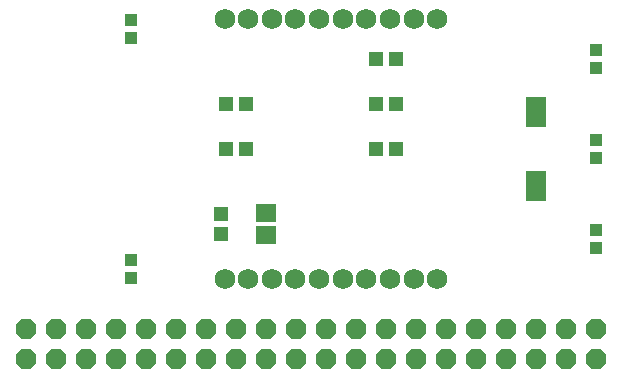
<source format=gts>
G75*
G70*
%OFA0B0*%
%FSLAX24Y24*%
%IPPOS*%
%LPD*%
%AMOC8*
5,1,8,0,0,1.08239X$1,22.5*
%
%ADD10C,0.0680*%
%ADD11OC8,0.0680*%
%ADD12R,0.0474X0.0513*%
%ADD13R,0.0395X0.0395*%
%ADD14R,0.0710X0.0986*%
%ADD15R,0.0671X0.0592*%
D10*
X007726Y004086D03*
X008513Y004086D03*
X009301Y004086D03*
X010088Y004086D03*
X010876Y004086D03*
X011663Y004086D03*
X012450Y004086D03*
X013238Y004086D03*
X014025Y004086D03*
X014813Y004086D03*
X014813Y012747D03*
X014025Y012747D03*
X013238Y012747D03*
X012450Y012747D03*
X011663Y012747D03*
X010876Y012747D03*
X010088Y012747D03*
X009301Y012747D03*
X008513Y012747D03*
X007726Y012747D03*
D11*
X001100Y001417D03*
X002100Y001417D03*
X003100Y001417D03*
X004100Y001417D03*
X005100Y001417D03*
X006100Y001417D03*
X007100Y001417D03*
X008100Y001417D03*
X009100Y001417D03*
X010100Y001417D03*
X011100Y001417D03*
X012100Y001417D03*
X013100Y001417D03*
X014100Y001417D03*
X015100Y001417D03*
X016100Y001417D03*
X017100Y001417D03*
X018100Y001417D03*
X019100Y001417D03*
X020100Y001417D03*
X020100Y002417D03*
X019100Y002417D03*
X018100Y002417D03*
X017100Y002417D03*
X016100Y002417D03*
X015100Y002417D03*
X014100Y002417D03*
X013100Y002417D03*
X012100Y002417D03*
X011100Y002417D03*
X010100Y002417D03*
X009100Y002417D03*
X008100Y002417D03*
X007100Y002417D03*
X006100Y002417D03*
X005100Y002417D03*
X004100Y002417D03*
X003100Y002417D03*
X002100Y002417D03*
X001100Y002417D03*
D12*
X007600Y005582D03*
X007600Y006251D03*
X007765Y008417D03*
X008435Y008417D03*
X008435Y009917D03*
X007765Y009917D03*
X012765Y009917D03*
X013435Y009917D03*
X013435Y011417D03*
X012765Y011417D03*
X012765Y008417D03*
X013435Y008417D03*
D13*
X020100Y008712D03*
X020100Y008121D03*
X020100Y005712D03*
X020100Y005121D03*
X020100Y011121D03*
X020100Y011712D03*
X004600Y012121D03*
X004600Y012712D03*
X004600Y004712D03*
X004600Y004121D03*
D14*
X018100Y007177D03*
X018100Y009657D03*
D15*
X009100Y006291D03*
X009100Y005543D03*
M02*

</source>
